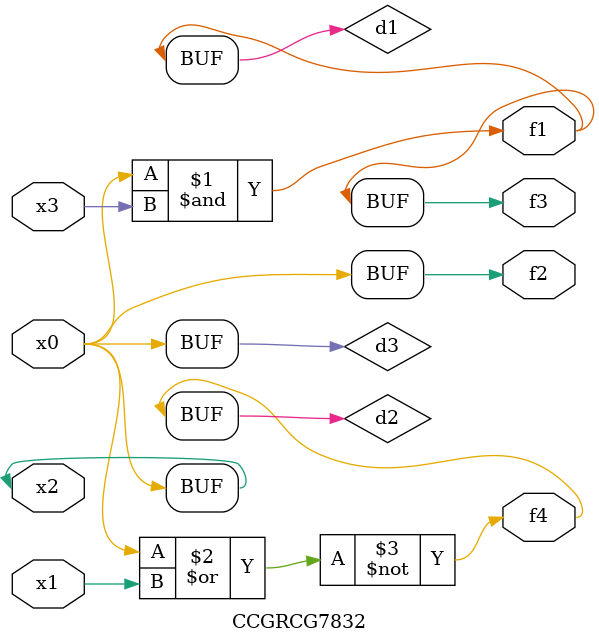
<source format=v>
module CCGRCG7832(
	input x0, x1, x2, x3,
	output f1, f2, f3, f4
);

	wire d1, d2, d3;

	and (d1, x2, x3);
	nor (d2, x0, x1);
	buf (d3, x0, x2);
	assign f1 = d1;
	assign f2 = d3;
	assign f3 = d1;
	assign f4 = d2;
endmodule

</source>
